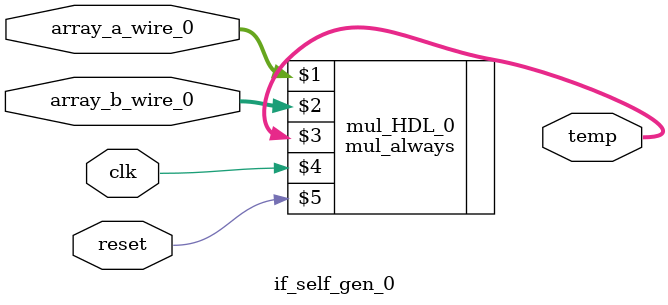
<source format=v>
module if_self_gen_0( input clk, input reset, input [31:0]array_a_wire_0, input [31:0]array_b_wire_0, output [31:0]temp); 
	wire [31:0]temp;
	//Proceed with temp = array_a_wire_0 * array_b_wire_0
	mul_always mul_HDL_0(array_a_wire_0, array_b_wire_0, temp, clk,  reset);
endmodule
</source>
